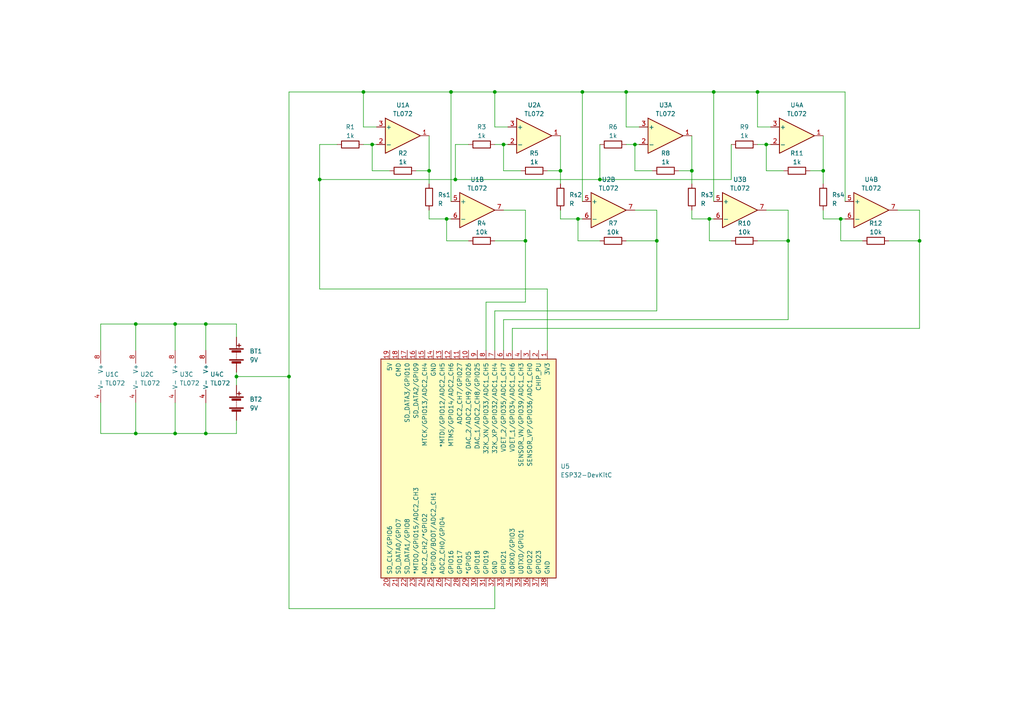
<source format=kicad_sch>
(kicad_sch (version 20230121) (generator eeschema)
  (paper "A4")
  (lib_symbols
    (symbol "Amplifier_Operational:TL072" (pin_names (offset 0.127))
      (property "Reference" "U" (at 0 5.08 0))
      (property "Value" "TL072" (at 0 -5.08 0))
      (symbol "TL072_1_1"
        (polyline (pts (xy -5.08 5.08) (xy 5.08 0) (xy -5.08 -5.08) (xy -5.08 5.08)) (stroke (width 0.254)) (fill (type background)))
        (pin output line (at 7.62 0 180) (length 2.54) (name "~") (number "1"))
        (pin input line (at -7.62 -2.54 0) (length 2.54) (name "-") (number "2"))
        (pin input line (at -7.62 2.54 0) (length 2.54) (name "+") (number "3"))
      )
      (symbol "TL072_2_1"
        (polyline (pts (xy -5.08 5.08) (xy 5.08 0) (xy -5.08 -5.08) (xy -5.08 5.08)) (stroke (width 0.254)) (fill (type background)))
        (pin input line (at -7.62 2.54 0) (length 2.54) (name "+") (number "5"))
        (pin input line (at -7.62 -2.54 0) (length 2.54) (name "-") (number "6"))
        (pin output line (at 7.62 0 180) (length 2.54) (name "~") (number "7"))
      )
      (symbol "TL072_3_1"
        (pin power_in line (at -2.54 -7.62 90) (length 3.81) (name "V-") (number "4"))
        (pin power_in line (at -2.54 7.62 270) (length 3.81) (name "V+") (number "8"))
      )
    )
    (symbol "Device:Battery" (pin_numbers hide) (pin_names (offset 0) hide)
      (property "Reference" "BT" (at 2.54 2.54 0))
      (property "Value" "Battery" (at 2.54 0 0))
      (symbol "Battery_0_1"
        (rectangle (start -2.032 -1.397) (end 2.032 -1.651) (fill (type outline)))
        (rectangle (start -2.032 1.778) (end 2.032 1.524) (fill (type outline)))
        (rectangle (start -1.3208 -1.9812) (end 1.27 -2.4892) (fill (type outline)))
        (rectangle (start -1.3208 1.1938) (end 1.27 0.6858) (fill (type outline)))
        (polyline (pts (xy 0 -1.524) (xy 0 -1.27)))
        (polyline (pts (xy 0 -1.016) (xy 0 -0.762)))
        (polyline (pts (xy 0 -0.508) (xy 0 -0.254)))
        (polyline (pts (xy 0 0) (xy 0 0.254)))
        (polyline (pts (xy 0 0.508) (xy 0 0.762)))
        (polyline (pts (xy 0 1.778) (xy 0 2.54)))
        (polyline (pts (xy 0.254 2.667) (xy 1.27 2.667)) (stroke (width 0.254)))
        (polyline (pts (xy 0.762 3.175) (xy 0.762 2.159)) (stroke (width 0.254)))
      )
      (symbol "Battery_1_1"
        (pin passive line (at 0 5.08 270) (length 2.54) (name "+") (number "1"))
        (pin passive line (at 0 -5.08 90) (length 2.54) (name "-") (number "2"))
      )
    )
    (symbol "Device:R" (pin_numbers hide) (pin_names (offset 0))
      (property "Reference" "R" (at 2.032 0 90))
      (property "Value" "R" (at 0 0 90))
      (symbol "R_0_1"
        (rectangle (start -1.016 -2.54) (end 1.016 2.54) (stroke (width 0.254)))
      )
      (symbol "R_1_1"
        (pin passive line (at 0 3.81 270) (length 1.27) (name "~") (number "1"))
        (pin passive line (at 0 -3.81 90) (length 1.27) (name "~") (number "2"))
      )
    )
    (symbol "Espressif:ESP32-DevKitC" (pin_names (offset 1.016))
      (property "Reference" "U" (at -30.48 30.48 0))
      (property "Value" "ESP32-DevKitC" (at -30.48 27.94 0))
      (symbol "ESP32-DevKitC_0_0"
        (pin power_in line (at -33.02 -10.16 0) (length 2.54) (name "GND") (number "14"))
        (pin power_in line (at -33.02 -22.86 0) (length 2.54) (name "5V") (number "19"))
      )
      (symbol "ESP32-DevKitC_0_1"
        (rectangle (start -30.48 25.4) (end 33.02 -25.4) (stroke (width 0.254)) (fill (type background)))
      )
      (symbol "ESP32-DevKitC_1_1"
        (pin power_in line (at -33.02 22.86 0) (length 2.54) (name "3V3") (number "1"))
        (pin bidirectional line (at -33.02 0 0) (length 2.54) (name "DAC_2/ADC2_CH9/GPIO26") (number "10"))
        (pin bidirectional line (at -33.02 -2.54 0) (length 2.54) (name "ADC2_CH7/GPIO27") (number "11"))
        (pin bidirectional line (at -33.02 -5.08 0) (length 2.54) (name "MTMS/GPIO14/ADC2_CH6") (number "12"))
        (pin bidirectional line (at -33.02 -7.62 0) (length 2.54) (name "*MTDI/GPIO12/ADC2_CH5") (number "13"))
        (pin bidirectional line (at -33.02 -12.7 0) (length 2.54) (name "MTCK/GPIO13/ADC2_CH4") (number "15"))
        (pin bidirectional line (at -33.02 -15.24 0) (length 2.54) (name "SD_DATA2/GPIO9") (number "16"))
        (pin bidirectional line (at -33.02 -17.78 0) (length 2.54) (name "SD_DATA3/GPIO10") (number "17"))
        (pin bidirectional line (at -33.02 -20.32 0) (length 2.54) (name "CMD") (number "18"))
        (pin input line (at -33.02 20.32 0) (length 2.54) (name "CHIP_PU") (number "2"))
        (pin bidirectional line (at 35.56 -22.86 180) (length 2.54) (name "SD_CLK/GPIO6") (number "20"))
        (pin bidirectional line (at 35.56 -20.32 180) (length 2.54) (name "SD_DATA0/GPIO7") (number "21"))
        (pin bidirectional line (at 35.56 -17.78 180) (length 2.54) (name "SD_DATA1/GPIO8") (number "22"))
        (pin bidirectional line (at 35.56 -15.24 180) (length 2.54) (name "*MTDO/GPIO15/ADC2_CH3") (number "23"))
        (pin bidirectional line (at 35.56 -12.7 180) (length 2.54) (name "ADC2_CH2/*GPIO2") (number "24"))
        (pin bidirectional line (at 35.56 -10.16 180) (length 2.54) (name "*GPIO0/BOOT/ADC2_CH1") (number "25"))
        (pin bidirectional line (at 35.56 -7.62 180) (length 2.54) (name "ADC2_CH0/GPIO4") (number "26"))
        (pin bidirectional line (at 35.56 -5.08 180) (length 2.54) (name "GPIO16") (number "27"))
        (pin bidirectional line (at 35.56 -2.54 180) (length 2.54) (name "GPIO17") (number "28"))
        (pin bidirectional line (at 35.56 0 180) (length 2.54) (name "*GPIO5") (number "29"))
        (pin input line (at -33.02 17.78 0) (length 2.54) (name "SENSOR_VP/GPIO36/ADC1_CH0") (number "3"))
        (pin bidirectional line (at 35.56 2.54 180) (length 2.54) (name "GPIO18") (number "30"))
        (pin bidirectional line (at 35.56 5.08 180) (length 2.54) (name "GPIO19") (number "31"))
        (pin power_in line (at 35.56 7.62 180) (length 2.54) (name "GND") (number "32"))
        (pin bidirectional line (at 35.56 10.16 180) (length 2.54) (name "GPIO21") (number "33"))
        (pin bidirectional line (at 35.56 12.7 180) (length 2.54) (name "U0RXD/GPIO3") (number "34"))
        (pin bidirectional line (at 35.56 15.24 180) (length 2.54) (name "U0TXD/GPIO1") (number "35"))
        (pin bidirectional line (at 35.56 17.78 180) (length 2.54) (name "GPIO22") (number "36"))
        (pin bidirectional line (at 35.56 20.32 180) (length 2.54) (name "GPIO23") (number "37"))
        (pin power_in line (at 35.56 22.86 180) (length 2.54) (name "GND") (number "38"))
        (pin input line (at -33.02 15.24 0) (length 2.54) (name "SENSOR_VN/GPIO39/ADC1_CH3") (number "4"))
        (pin input line (at -33.02 12.7 0) (length 2.54) (name "VDET_1/GPIO34/ADC1_CH6") (number "5"))
        (pin input line (at -33.02 10.16 0) (length 2.54) (name "VDET_2/GPIO35/ADC1_CH7") (number "6"))
        (pin bidirectional line (at -33.02 7.62 0) (length 2.54) (name "32K_XP/GPIO32/ADC1_CH4") (number "7"))
        (pin bidirectional line (at -33.02 5.08 0) (length 2.54) (name "32K_XN/GPIO33/ADC1_CH5") (number "8"))
        (pin bidirectional line (at -33.02 2.54 0) (length 2.54) (name "DAC_1/ADC2_CH8/GPIO25") (number "9"))
      )
    )
  )
  (junction (at 266.7 69.85))
  (junction (at 130.81 26.67))
  (junction (at 83.82 109.22))
  (junction (at 105.41 26.67))
  (junction (at 68.58 109.22))
  (junction (at 39.37 93.98))
  (junction (at 129.54 63.5))
  (junction (at 107.95 41.91))
  (junction (at 200.66 49.53))
  (junction (at 152.4 69.85))
  (junction (at 59.69 93.98))
  (junction (at 92.71 52.07))
  (junction (at 132.08 52.07))
  (junction (at 222.25 41.91))
  (junction (at 228.6 69.85))
  (junction (at 184.15 41.91))
  (junction (at 143.51 26.67))
  (junction (at 168.91 26.67))
  (junction (at 238.76 49.53))
  (junction (at 243.84 63.5))
  (junction (at 207.01 26.67))
  (junction (at 124.46 49.53))
  (junction (at 50.8 93.98))
  (junction (at 146.05 41.91))
  (junction (at 181.61 26.67))
  (junction (at 173.99 52.07))
  (junction (at 205.74 63.5))
  (junction (at 219.71 26.67))
  (junction (at 190.5 69.85))
  (junction (at 39.37 125.73))
  (junction (at 162.56 49.53))
  (junction (at 59.69 125.73))
  (junction (at 167.64 63.5))
  (junction (at 50.8 125.73))
  (wire (pts (xy 162.56 60.96) (xy 162.56 63.5)))
  (wire (pts (xy 59.69 116.84) (xy 59.69 125.73)))
  (wire (pts (xy 238.76 49.53) (xy 238.76 53.34)))
  (wire (pts (xy 124.46 63.5) (xy 129.54 63.5)))
  (wire (pts (xy 143.51 41.91) (xy 146.05 41.91)))
  (wire (pts (xy 173.99 69.85) (xy 167.64 69.85)))
  (wire (pts (xy 59.69 125.73) (xy 68.58 125.73)))
  (wire (pts (xy 105.41 26.67) (xy 130.81 26.67)))
  (wire (pts (xy 143.51 69.85) (xy 152.4 69.85)))
  (wire (pts (xy 92.71 83.82) (xy 158.75 83.82)))
  (wire (pts (xy 146.05 92.71) (xy 228.6 92.71)))
  (wire (pts (xy 181.61 26.67) (xy 207.01 26.67)))
  (wire (pts (xy 59.69 93.98) (xy 68.58 93.98)))
  (wire (pts (xy 219.71 41.91) (xy 222.25 41.91)))
  (wire (pts (xy 219.71 69.85) (xy 228.6 69.85)))
  (wire (pts (xy 143.51 176.53) (xy 83.82 176.53)))
  (wire (pts (xy 158.75 49.53) (xy 162.56 49.53)))
  (wire (pts (xy 68.58 121.92) (xy 68.58 125.73)))
  (wire (pts (xy 146.05 101.6) (xy 146.05 92.71)))
  (wire (pts (xy 189.23 49.53) (xy 184.15 49.53)))
  (wire (pts (xy 39.37 125.73) (xy 50.8 125.73)))
  (wire (pts (xy 200.66 49.53) (xy 200.66 53.34)))
  (wire (pts (xy 222.25 41.91) (xy 222.25 49.53)))
  (wire (pts (xy 83.82 109.22) (xy 68.58 109.22)))
  (wire (pts (xy 68.58 97.79) (xy 68.58 93.98)))
  (wire (pts (xy 184.15 41.91) (xy 185.42 41.91)))
  (wire (pts (xy 162.56 63.5) (xy 167.64 63.5)))
  (wire (pts (xy 222.25 41.91) (xy 223.52 41.91)))
  (wire (pts (xy 83.82 26.67) (xy 83.82 109.22)))
  (wire (pts (xy 124.46 49.53) (xy 124.46 53.34)))
  (wire (pts (xy 173.99 41.91) (xy 173.99 52.07)))
  (wire (pts (xy 68.58 109.22) (xy 68.58 111.76)))
  (wire (pts (xy 29.21 93.98) (xy 39.37 93.98)))
  (wire (pts (xy 135.89 41.91) (xy 132.08 41.91)))
  (wire (pts (xy 200.66 63.5) (xy 205.74 63.5)))
  (wire (pts (xy 257.81 69.85) (xy 266.7 69.85)))
  (wire (pts (xy 29.21 101.6) (xy 29.21 93.98)))
  (wire (pts (xy 105.41 26.67) (xy 105.41 36.83)))
  (wire (pts (xy 181.61 41.91) (xy 184.15 41.91)))
  (wire (pts (xy 143.51 101.6) (xy 143.51 90.17)))
  (wire (pts (xy 140.97 87.63) (xy 152.4 87.63)))
  (wire (pts (xy 200.66 39.37) (xy 200.66 49.53)))
  (wire (pts (xy 212.09 69.85) (xy 205.74 69.85)))
  (wire (pts (xy 50.8 93.98) (xy 59.69 93.98)))
  (wire (pts (xy 151.13 49.53) (xy 146.05 49.53)))
  (wire (pts (xy 219.71 26.67) (xy 219.71 36.83)))
  (wire (pts (xy 227.33 49.53) (xy 222.25 49.53)))
  (wire (pts (xy 143.51 26.67) (xy 143.51 36.83)))
  (wire (pts (xy 132.08 41.91) (xy 132.08 52.07)))
  (wire (pts (xy 124.46 39.37) (xy 124.46 49.53)))
  (wire (pts (xy 146.05 41.91) (xy 146.05 49.53)))
  (wire (pts (xy 29.21 125.73) (xy 39.37 125.73)))
  (wire (pts (xy 190.5 90.17) (xy 190.5 69.85)))
  (wire (pts (xy 185.42 36.83) (xy 181.61 36.83)))
  (wire (pts (xy 68.58 107.95) (xy 68.58 109.22)))
  (wire (pts (xy 238.76 60.96) (xy 238.76 63.5)))
  (wire (pts (xy 190.5 60.96) (xy 190.5 69.85)))
  (wire (pts (xy 129.54 63.5) (xy 130.81 63.5)))
  (wire (pts (xy 234.95 49.53) (xy 238.76 49.53)))
  (wire (pts (xy 146.05 60.96) (xy 152.4 60.96)))
  (wire (pts (xy 132.08 52.07) (xy 92.71 52.07)))
  (wire (pts (xy 152.4 60.96) (xy 152.4 69.85)))
  (wire (pts (xy 167.64 63.5) (xy 168.91 63.5)))
  (wire (pts (xy 212.09 52.07) (xy 173.99 52.07)))
  (wire (pts (xy 148.59 95.25) (xy 266.7 95.25)))
  (wire (pts (xy 107.95 41.91) (xy 107.95 49.53)))
  (wire (pts (xy 129.54 69.85) (xy 129.54 63.5)))
  (wire (pts (xy 140.97 101.6) (xy 140.97 87.63)))
  (wire (pts (xy 167.64 69.85) (xy 167.64 63.5)))
  (wire (pts (xy 148.59 101.6) (xy 148.59 95.25)))
  (wire (pts (xy 219.71 26.67) (xy 245.11 26.67)))
  (wire (pts (xy 50.8 116.84) (xy 50.8 125.73)))
  (wire (pts (xy 207.01 26.67) (xy 219.71 26.67)))
  (wire (pts (xy 212.09 41.91) (xy 212.09 52.07)))
  (wire (pts (xy 238.76 39.37) (xy 238.76 49.53)))
  (wire (pts (xy 245.11 26.67) (xy 245.11 58.42)))
  (wire (pts (xy 181.61 26.67) (xy 181.61 36.83)))
  (wire (pts (xy 97.79 41.91) (xy 92.71 41.91)))
  (wire (pts (xy 143.51 90.17) (xy 190.5 90.17)))
  (wire (pts (xy 228.6 60.96) (xy 228.6 69.85)))
  (wire (pts (xy 39.37 116.84) (xy 39.37 125.73)))
  (wire (pts (xy 152.4 87.63) (xy 152.4 69.85)))
  (wire (pts (xy 200.66 60.96) (xy 200.66 63.5)))
  (wire (pts (xy 92.71 83.82) (xy 92.71 52.07)))
  (wire (pts (xy 130.81 26.67) (xy 143.51 26.67)))
  (wire (pts (xy 39.37 93.98) (xy 39.37 101.6)))
  (wire (pts (xy 113.03 49.53) (xy 107.95 49.53)))
  (wire (pts (xy 266.7 95.25) (xy 266.7 69.85)))
  (wire (pts (xy 184.15 60.96) (xy 190.5 60.96)))
  (wire (pts (xy 196.85 49.53) (xy 200.66 49.53)))
  (wire (pts (xy 238.76 63.5) (xy 243.84 63.5)))
  (wire (pts (xy 135.89 69.85) (xy 129.54 69.85)))
  (wire (pts (xy 143.51 26.67) (xy 168.91 26.67)))
  (wire (pts (xy 243.84 63.5) (xy 245.11 63.5)))
  (wire (pts (xy 83.82 109.22) (xy 83.82 176.53)))
  (wire (pts (xy 162.56 39.37) (xy 162.56 49.53)))
  (wire (pts (xy 173.99 52.07) (xy 132.08 52.07)))
  (wire (pts (xy 50.8 125.73) (xy 59.69 125.73)))
  (wire (pts (xy 143.51 170.18) (xy 143.51 176.53)))
  (wire (pts (xy 162.56 49.53) (xy 162.56 53.34)))
  (wire (pts (xy 120.65 49.53) (xy 124.46 49.53)))
  (wire (pts (xy 39.37 93.98) (xy 50.8 93.98)))
  (wire (pts (xy 158.75 83.82) (xy 158.75 101.6)))
  (wire (pts (xy 205.74 63.5) (xy 207.01 63.5)))
  (wire (pts (xy 228.6 92.71) (xy 228.6 69.85)))
  (wire (pts (xy 146.05 41.91) (xy 147.32 41.91)))
  (wire (pts (xy 105.41 41.91) (xy 107.95 41.91)))
  (wire (pts (xy 243.84 69.85) (xy 243.84 63.5)))
  (wire (pts (xy 222.25 60.96) (xy 228.6 60.96)))
  (wire (pts (xy 130.81 26.67) (xy 130.81 58.42)))
  (wire (pts (xy 205.74 69.85) (xy 205.74 63.5)))
  (wire (pts (xy 168.91 26.67) (xy 168.91 58.42)))
  (wire (pts (xy 168.91 26.67) (xy 181.61 26.67)))
  (wire (pts (xy 50.8 93.98) (xy 50.8 101.6)))
  (wire (pts (xy 181.61 69.85) (xy 190.5 69.85)))
  (wire (pts (xy 83.82 26.67) (xy 105.41 26.67)))
  (wire (pts (xy 92.71 41.91) (xy 92.71 52.07)))
  (wire (pts (xy 59.69 93.98) (xy 59.69 101.6)))
  (wire (pts (xy 266.7 60.96) (xy 266.7 69.85)))
  (wire (pts (xy 107.95 41.91) (xy 109.22 41.91)))
  (wire (pts (xy 124.46 60.96) (xy 124.46 63.5)))
  (wire (pts (xy 260.35 60.96) (xy 266.7 60.96)))
  (wire (pts (xy 250.19 69.85) (xy 243.84 69.85)))
  (wire (pts (xy 29.21 116.84) (xy 29.21 125.73)))
  (wire (pts (xy 109.22 36.83) (xy 105.41 36.83)))
  (wire (pts (xy 207.01 26.67) (xy 207.01 58.42)))
  (wire (pts (xy 223.52 36.83) (xy 219.71 36.83)))
  (wire (pts (xy 147.32 36.83) (xy 143.51 36.83)))
  (wire (pts (xy 184.15 41.91) (xy 184.15 49.53)))
  (symbol (lib_id "Amplifier_Operational:TL072") (at 176.53 60.96 0) (unit 2)
    (property "Reference" "U2" (at 176.53 52.07 0))
    (property "Value" "TL072" (at 176.53 54.61 0))
    (property "Footprint" "Package_DIP:DIP-8_W7.62mm" (effects hide))
    (property "Datasheet" "http://www.ti.com/lit/ds/symlink/tl071.pdf" (effects hide))
  )
  (symbol (lib_id "Device:R") (at 193.04 49.53 90) (unit 1)
    (property "Reference" "R8" (at 193.04 44.45 90))
    (property "Value" "1k" (at 193.04 46.99 90))
    (property "Footprint" "Resistor_THT:R_Axial_DIN0207_L6.3mm_D2.5mm_P7.62mm_Horizontal" (effects hide))
  )
  (symbol (lib_id "Device:Battery") (at 68.58 116.84 0) (unit 1)
    (property "Reference" "BT2" (at 72.39 115.824 0) (effects (justify left)))
    (property "Value" "9V" (at 72.39 118.364 0) (effects (justify left)))
    (property "Footprint" "Battery:BatteryHolder_Eagle_12BH611-GR" (effects hide))
  )
  (symbol (lib_id "Device:R") (at 177.8 69.85 90) (unit 1)
    (property "Reference" "R7" (at 177.8 64.77 90))
    (property "Value" "10k" (at 177.8 67.31 90))
    (property "Footprint" "Resistor_THT:R_Axial_DIN0207_L6.3mm_D2.5mm_P7.62mm_Horizontal" (effects hide))
  )
  (symbol (lib_id "Device:R") (at 200.66 57.15 180) (unit 1)
    (property "Reference" "Rs3" (at 203.2 56.515 0) (effects (justify right)))
    (property "Value" "R" (at 203.2 59.055 0) (effects (justify right)))
    (property "Footprint" "Diode_THT:D_DO-15_P2.54mm_Vertical_AnodeUp" (effects hide))
  )
  (symbol (lib_id "Device:R") (at 238.76 57.15 180) (unit 1)
    (property "Reference" "Rs4" (at 241.3 56.515 0) (effects (justify right)))
    (property "Value" "R" (at 241.3 59.055 0) (effects (justify right)))
    (property "Footprint" "Diode_THT:D_DO-15_P2.54mm_Vertical_AnodeUp" (effects hide))
  )
  (symbol (lib_id "Amplifier_Operational:TL072") (at 41.91 109.22 0) (unit 3)
    (property "Reference" "U2" (at 40.64 108.585 0) (effects (justify left)))
    (property "Value" "TL072" (at 40.64 111.125 0) (effects (justify left)))
    (property "Footprint" "Package_DIP:DIP-8_W7.62mm" (effects hide))
    (property "Datasheet" "http://www.ti.com/lit/ds/symlink/tl071.pdf" (effects hide))
  )
  (symbol (lib_id "Espressif:ESP32-DevKitC") (at 135.89 134.62 270) (unit 1)
    (property "Reference" "U5" (at 162.56 135.255 90) (effects (justify left)))
    (property "Value" "ESP32-DevKitC" (at 162.56 137.795 90) (effects (justify left)))
    (property "Footprint" "Espressif:ESP32-DevKitC" (effects hide))
    (property "Datasheet" "https://docs.espressif.com/projects/esp-idf/zh_CN/latest/esp32/hw-reference/esp32/get-started-devkitc.html" (effects hide))
  )
  (symbol (lib_id "Device:R") (at 254 69.85 90) (unit 1)
    (property "Reference" "R12" (at 254 64.77 90))
    (property "Value" "10k" (at 254 67.31 90))
    (property "Footprint" "Resistor_THT:R_Axial_DIN0207_L6.3mm_D2.5mm_P7.62mm_Horizontal" (effects hide))
  )
  (symbol (lib_id "Amplifier_Operational:TL072") (at 116.84 39.37 0) (unit 1)
    (property "Reference" "U1" (at 116.84 30.48 0))
    (property "Value" "TL072" (at 116.84 33.02 0))
    (property "Footprint" "Package_DIP:DIP-8_W7.62mm" (effects hide))
    (property "Datasheet" "http://www.ti.com/lit/ds/symlink/tl071.pdf" (effects hide))
  )
  (symbol (lib_id "Device:R") (at 139.7 69.85 90) (unit 1)
    (property "Reference" "R4" (at 139.7 64.77 90))
    (property "Value" "10k" (at 139.7 67.31 90))
    (property "Footprint" "Resistor_THT:R_Axial_DIN0207_L6.3mm_D2.5mm_P7.62mm_Horizontal" (effects hide))
  )
  (symbol (lib_id "Amplifier_Operational:TL072") (at 62.23 109.22 0) (unit 3)
    (property "Reference" "U4" (at 60.96 108.585 0) (effects (justify left)))
    (property "Value" "TL072" (at 60.96 111.125 0) (effects (justify left)))
    (property "Footprint" "Package_DIP:DIP-8_W7.62mm" (effects hide))
    (property "Datasheet" "http://www.ti.com/lit/ds/symlink/tl071.pdf" (effects hide))
  )
  (symbol (lib_id "Amplifier_Operational:TL072") (at 138.43 60.96 0) (unit 2)
    (property "Reference" "U1" (at 138.43 52.07 0))
    (property "Value" "TL072" (at 138.43 54.61 0))
    (property "Footprint" "Package_DIP:DIP-8_W7.62mm" (effects hide))
    (property "Datasheet" "http://www.ti.com/lit/ds/symlink/tl071.pdf" (effects hide))
  )
  (symbol (lib_id "Amplifier_Operational:TL072") (at 214.63 60.96 0) (unit 2)
    (property "Reference" "U3" (at 214.63 52.07 0))
    (property "Value" "TL072" (at 214.63 54.61 0))
    (property "Footprint" "Package_DIP:DIP-8_W7.62mm" (effects hide))
    (property "Datasheet" "http://www.ti.com/lit/ds/symlink/tl071.pdf" (effects hide))
  )
  (symbol (lib_id "Device:R") (at 231.14 49.53 90) (unit 1)
    (property "Reference" "R11" (at 231.14 44.45 90))
    (property "Value" "1k" (at 231.14 46.99 90))
    (property "Footprint" "Resistor_THT:R_Axial_DIN0207_L6.3mm_D2.5mm_P7.62mm_Horizontal" (effects hide))
  )
  (symbol (lib_id "Device:R") (at 101.6 41.91 90) (unit 1)
    (property "Reference" "R1" (at 101.6 36.83 90))
    (property "Value" "1k" (at 101.6 39.37 90))
    (property "Footprint" "Resistor_THT:R_Axial_DIN0207_L6.3mm_D2.5mm_P7.62mm_Horizontal" (effects hide))
  )
  (symbol (lib_id "Device:R") (at 116.84 49.53 90) (unit 1)
    (property "Reference" "R2" (at 116.84 44.45 90))
    (property "Value" "1k" (at 116.84 46.99 90))
    (property "Footprint" "Resistor_THT:R_Axial_DIN0207_L6.3mm_D2.5mm_P7.62mm_Horizontal" (effects hide))
  )
  (symbol (lib_id "Amplifier_Operational:TL072") (at 231.14 39.37 0) (unit 1)
    (property "Reference" "U4" (at 231.14 30.48 0))
    (property "Value" "TL072" (at 231.14 33.02 0))
    (property "Footprint" "Package_DIP:DIP-8_W7.62mm" (effects hide))
    (property "Datasheet" "http://www.ti.com/lit/ds/symlink/tl071.pdf" (effects hide))
  )
  (symbol (lib_id "Device:R") (at 154.94 49.53 90) (unit 1)
    (property "Reference" "R5" (at 154.94 44.45 90))
    (property "Value" "1k" (at 154.94 46.99 90))
    (property "Footprint" "Resistor_THT:R_Axial_DIN0207_L6.3mm_D2.5mm_P7.62mm_Horizontal" (effects hide))
  )
  (symbol (lib_id "Device:R") (at 215.9 69.85 90) (unit 1)
    (property "Reference" "R10" (at 215.9 64.77 90))
    (property "Value" "10k" (at 215.9 67.31 90))
    (property "Footprint" "Resistor_THT:R_Axial_DIN0207_L6.3mm_D2.5mm_P7.62mm_Horizontal" (effects hide))
  )
  (symbol (lib_id "Amplifier_Operational:TL072") (at 53.34 109.22 0) (unit 3)
    (property "Reference" "U3" (at 52.07 108.585 0) (effects (justify left)))
    (property "Value" "TL072" (at 52.07 111.125 0) (effects (justify left)))
    (property "Footprint" "Package_DIP:DIP-8_W7.62mm" (effects hide))
    (property "Datasheet" "http://www.ti.com/lit/ds/symlink/tl071.pdf" (effects hide))
  )
  (symbol (lib_id "Amplifier_Operational:TL072") (at 252.73 60.96 0) (unit 2)
    (property "Reference" "U4" (at 252.73 52.07 0))
    (property "Value" "TL072" (at 252.73 54.61 0))
    (property "Footprint" "Package_DIP:DIP-8_W7.62mm" (effects hide))
    (property "Datasheet" "http://www.ti.com/lit/ds/symlink/tl071.pdf" (effects hide))
  )
  (symbol (lib_id "Device:Battery") (at 68.58 102.87 0) (unit 1)
    (property "Reference" "BT1" (at 72.39 101.854 0) (effects (justify left)))
    (property "Value" "9V" (at 72.39 104.394 0) (effects (justify left)))
    (property "Footprint" "Battery:BatteryHolder_Eagle_12BH611-GR" (effects hide))
  )
  (symbol (lib_id "Amplifier_Operational:TL072") (at 193.04 39.37 0) (unit 1)
    (property "Reference" "U3" (at 193.04 30.48 0))
    (property "Value" "TL072" (at 193.04 33.02 0))
    (property "Footprint" "Package_DIP:DIP-8_W7.62mm" (effects hide))
    (property "Datasheet" "http://www.ti.com/lit/ds/symlink/tl071.pdf" (effects hide))
  )
  (symbol (lib_id "Amplifier_Operational:TL072") (at 31.75 109.22 0) (unit 3)
    (property "Reference" "U1" (at 30.48 108.585 0) (effects (justify left)))
    (property "Value" "TL072" (at 30.48 111.125 0) (effects (justify left)))
    (property "Footprint" "Package_DIP:DIP-8_W7.62mm" (effects hide))
    (property "Datasheet" "http://www.ti.com/lit/ds/symlink/tl071.pdf" (effects hide))
  )
  (symbol (lib_id "Device:R") (at 215.9 41.91 90) (unit 1)
    (property "Reference" "R9" (at 215.9 36.83 90))
    (property "Value" "1k" (at 215.9 39.37 90))
    (property "Footprint" "Resistor_THT:R_Axial_DIN0207_L6.3mm_D2.5mm_P7.62mm_Horizontal" (effects hide))
  )
  (symbol (lib_id "Device:R") (at 124.46 57.15 180) (unit 1)
    (property "Reference" "Rs1" (at 127 56.515 0) (effects (justify right)))
    (property "Value" "R" (at 127 59.055 0) (effects (justify right)))
    (property "Footprint" "Diode_THT:D_DO-15_P2.54mm_Vertical_AnodeUp" (effects hide))
  )
  (symbol (lib_id "Device:R") (at 139.7 41.91 90) (unit 1)
    (property "Reference" "R3" (at 139.7 36.83 90))
    (property "Value" "1k" (at 139.7 39.37 90))
    (property "Footprint" "Resistor_THT:R_Axial_DIN0207_L6.3mm_D2.5mm_P7.62mm_Horizontal" (effects hide))
  )
  (symbol (lib_id "Device:R") (at 177.8 41.91 90) (unit 1)
    (property "Reference" "R6" (at 177.8 36.83 90))
    (property "Value" "1k" (at 177.8 39.37 90))
    (property "Footprint" "Resistor_THT:R_Axial_DIN0207_L6.3mm_D2.5mm_P7.62mm_Horizontal" (effects hide))
  )
  (symbol (lib_id "Amplifier_Operational:TL072") (at 154.94 39.37 0) (unit 1)
    (property "Reference" "U2" (at 154.94 30.48 0))
    (property "Value" "TL072" (at 154.94 33.02 0))
    (property "Footprint" "Package_DIP:DIP-8_W7.62mm" (effects hide))
    (property "Datasheet" "http://www.ti.com/lit/ds/symlink/tl071.pdf" (effects hide))
  )
  (symbol (lib_id "Device:R") (at 162.56 57.15 180) (unit 1)
    (property "Reference" "Rs2" (at 165.1 56.515 0) (effects (justify right)))
    (property "Value" "R" (at 165.1 59.055 0) (effects (justify right)))
    (property "Footprint" "Diode_THT:D_DO-15_P2.54mm_Vertical_AnodeUp" (effects hide))
  )
)
</source>
